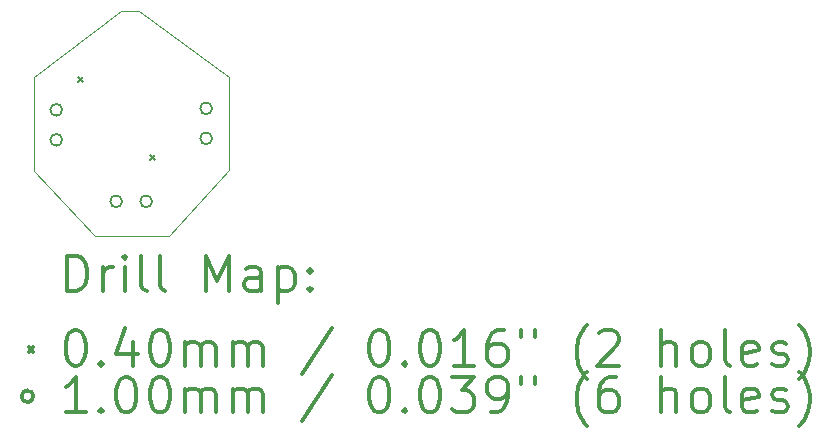
<source format=gbr>
%FSLAX45Y45*%
G04 Gerber Fmt 4.5, Leading zero omitted, Abs format (unit mm)*
G04 Created by KiCad (PCBNEW (5.1.6)-1) date 2022-09-13 14:07:32*
%MOMM*%
%LPD*%
G01*
G04 APERTURE LIST*
%TA.AperFunction,Profile*%
%ADD10C,0.050000*%
%TD*%
%ADD11C,0.200000*%
%ADD12C,0.300000*%
G04 APERTURE END LIST*
D10*
X15252700Y-9639300D02*
X14490700Y-9080500D01*
X15252700Y-10426700D02*
X15252700Y-9639300D01*
X14744700Y-10985500D02*
X15252700Y-10426700D01*
X14122400Y-10985500D02*
X14744700Y-10985500D01*
X13601700Y-10439400D02*
X14122400Y-10985500D01*
X13601700Y-9639300D02*
X13601700Y-10439400D01*
X14338300Y-9080500D02*
X13601700Y-9639300D01*
X14338300Y-9080500D02*
X14490700Y-9080500D01*
D11*
X13975400Y-9644700D02*
X14015400Y-9684700D01*
X14015400Y-9644700D02*
X13975400Y-9684700D01*
X14585000Y-10305100D02*
X14625000Y-10345100D01*
X14625000Y-10305100D02*
X14585000Y-10345100D01*
X14350200Y-10693400D02*
G75*
G03*
X14350200Y-10693400I-50000J0D01*
G01*
X14604200Y-10693400D02*
G75*
G03*
X14604200Y-10693400I-50000J0D01*
G01*
X13842200Y-9918700D02*
G75*
G03*
X13842200Y-9918700I-50000J0D01*
G01*
X13842200Y-10172700D02*
G75*
G03*
X13842200Y-10172700I-50000J0D01*
G01*
X15112200Y-9906000D02*
G75*
G03*
X15112200Y-9906000I-50000J0D01*
G01*
X15112200Y-10160000D02*
G75*
G03*
X15112200Y-10160000I-50000J0D01*
G01*
D12*
X13885628Y-11453714D02*
X13885628Y-11153714D01*
X13957057Y-11153714D01*
X13999914Y-11168000D01*
X14028486Y-11196571D01*
X14042771Y-11225143D01*
X14057057Y-11282286D01*
X14057057Y-11325143D01*
X14042771Y-11382286D01*
X14028486Y-11410857D01*
X13999914Y-11439429D01*
X13957057Y-11453714D01*
X13885628Y-11453714D01*
X14185628Y-11453714D02*
X14185628Y-11253714D01*
X14185628Y-11310857D02*
X14199914Y-11282286D01*
X14214200Y-11268000D01*
X14242771Y-11253714D01*
X14271343Y-11253714D01*
X14371343Y-11453714D02*
X14371343Y-11253714D01*
X14371343Y-11153714D02*
X14357057Y-11168000D01*
X14371343Y-11182286D01*
X14385628Y-11168000D01*
X14371343Y-11153714D01*
X14371343Y-11182286D01*
X14557057Y-11453714D02*
X14528486Y-11439429D01*
X14514200Y-11410857D01*
X14514200Y-11153714D01*
X14714200Y-11453714D02*
X14685628Y-11439429D01*
X14671343Y-11410857D01*
X14671343Y-11153714D01*
X15057057Y-11453714D02*
X15057057Y-11153714D01*
X15157057Y-11368000D01*
X15257057Y-11153714D01*
X15257057Y-11453714D01*
X15528486Y-11453714D02*
X15528486Y-11296571D01*
X15514200Y-11268000D01*
X15485628Y-11253714D01*
X15428486Y-11253714D01*
X15399914Y-11268000D01*
X15528486Y-11439429D02*
X15499914Y-11453714D01*
X15428486Y-11453714D01*
X15399914Y-11439429D01*
X15385628Y-11410857D01*
X15385628Y-11382286D01*
X15399914Y-11353714D01*
X15428486Y-11339429D01*
X15499914Y-11339429D01*
X15528486Y-11325143D01*
X15671343Y-11253714D02*
X15671343Y-11553714D01*
X15671343Y-11268000D02*
X15699914Y-11253714D01*
X15757057Y-11253714D01*
X15785628Y-11268000D01*
X15799914Y-11282286D01*
X15814200Y-11310857D01*
X15814200Y-11396571D01*
X15799914Y-11425143D01*
X15785628Y-11439429D01*
X15757057Y-11453714D01*
X15699914Y-11453714D01*
X15671343Y-11439429D01*
X15942771Y-11425143D02*
X15957057Y-11439429D01*
X15942771Y-11453714D01*
X15928486Y-11439429D01*
X15942771Y-11425143D01*
X15942771Y-11453714D01*
X15942771Y-11268000D02*
X15957057Y-11282286D01*
X15942771Y-11296571D01*
X15928486Y-11282286D01*
X15942771Y-11268000D01*
X15942771Y-11296571D01*
X13559200Y-11928000D02*
X13599200Y-11968000D01*
X13599200Y-11928000D02*
X13559200Y-11968000D01*
X13942771Y-11783714D02*
X13971343Y-11783714D01*
X13999914Y-11798000D01*
X14014200Y-11812286D01*
X14028486Y-11840857D01*
X14042771Y-11898000D01*
X14042771Y-11969429D01*
X14028486Y-12026571D01*
X14014200Y-12055143D01*
X13999914Y-12069429D01*
X13971343Y-12083714D01*
X13942771Y-12083714D01*
X13914200Y-12069429D01*
X13899914Y-12055143D01*
X13885628Y-12026571D01*
X13871343Y-11969429D01*
X13871343Y-11898000D01*
X13885628Y-11840857D01*
X13899914Y-11812286D01*
X13914200Y-11798000D01*
X13942771Y-11783714D01*
X14171343Y-12055143D02*
X14185628Y-12069429D01*
X14171343Y-12083714D01*
X14157057Y-12069429D01*
X14171343Y-12055143D01*
X14171343Y-12083714D01*
X14442771Y-11883714D02*
X14442771Y-12083714D01*
X14371343Y-11769429D02*
X14299914Y-11983714D01*
X14485628Y-11983714D01*
X14657057Y-11783714D02*
X14685628Y-11783714D01*
X14714200Y-11798000D01*
X14728486Y-11812286D01*
X14742771Y-11840857D01*
X14757057Y-11898000D01*
X14757057Y-11969429D01*
X14742771Y-12026571D01*
X14728486Y-12055143D01*
X14714200Y-12069429D01*
X14685628Y-12083714D01*
X14657057Y-12083714D01*
X14628486Y-12069429D01*
X14614200Y-12055143D01*
X14599914Y-12026571D01*
X14585628Y-11969429D01*
X14585628Y-11898000D01*
X14599914Y-11840857D01*
X14614200Y-11812286D01*
X14628486Y-11798000D01*
X14657057Y-11783714D01*
X14885628Y-12083714D02*
X14885628Y-11883714D01*
X14885628Y-11912286D02*
X14899914Y-11898000D01*
X14928486Y-11883714D01*
X14971343Y-11883714D01*
X14999914Y-11898000D01*
X15014200Y-11926571D01*
X15014200Y-12083714D01*
X15014200Y-11926571D02*
X15028486Y-11898000D01*
X15057057Y-11883714D01*
X15099914Y-11883714D01*
X15128486Y-11898000D01*
X15142771Y-11926571D01*
X15142771Y-12083714D01*
X15285628Y-12083714D02*
X15285628Y-11883714D01*
X15285628Y-11912286D02*
X15299914Y-11898000D01*
X15328486Y-11883714D01*
X15371343Y-11883714D01*
X15399914Y-11898000D01*
X15414200Y-11926571D01*
X15414200Y-12083714D01*
X15414200Y-11926571D02*
X15428486Y-11898000D01*
X15457057Y-11883714D01*
X15499914Y-11883714D01*
X15528486Y-11898000D01*
X15542771Y-11926571D01*
X15542771Y-12083714D01*
X16128486Y-11769429D02*
X15871343Y-12155143D01*
X16514200Y-11783714D02*
X16542771Y-11783714D01*
X16571343Y-11798000D01*
X16585628Y-11812286D01*
X16599914Y-11840857D01*
X16614200Y-11898000D01*
X16614200Y-11969429D01*
X16599914Y-12026571D01*
X16585628Y-12055143D01*
X16571343Y-12069429D01*
X16542771Y-12083714D01*
X16514200Y-12083714D01*
X16485628Y-12069429D01*
X16471343Y-12055143D01*
X16457057Y-12026571D01*
X16442771Y-11969429D01*
X16442771Y-11898000D01*
X16457057Y-11840857D01*
X16471343Y-11812286D01*
X16485628Y-11798000D01*
X16514200Y-11783714D01*
X16742771Y-12055143D02*
X16757057Y-12069429D01*
X16742771Y-12083714D01*
X16728486Y-12069429D01*
X16742771Y-12055143D01*
X16742771Y-12083714D01*
X16942771Y-11783714D02*
X16971343Y-11783714D01*
X16999914Y-11798000D01*
X17014200Y-11812286D01*
X17028486Y-11840857D01*
X17042771Y-11898000D01*
X17042771Y-11969429D01*
X17028486Y-12026571D01*
X17014200Y-12055143D01*
X16999914Y-12069429D01*
X16971343Y-12083714D01*
X16942771Y-12083714D01*
X16914200Y-12069429D01*
X16899914Y-12055143D01*
X16885628Y-12026571D01*
X16871343Y-11969429D01*
X16871343Y-11898000D01*
X16885628Y-11840857D01*
X16899914Y-11812286D01*
X16914200Y-11798000D01*
X16942771Y-11783714D01*
X17328486Y-12083714D02*
X17157057Y-12083714D01*
X17242771Y-12083714D02*
X17242771Y-11783714D01*
X17214200Y-11826571D01*
X17185628Y-11855143D01*
X17157057Y-11869429D01*
X17585628Y-11783714D02*
X17528486Y-11783714D01*
X17499914Y-11798000D01*
X17485628Y-11812286D01*
X17457057Y-11855143D01*
X17442771Y-11912286D01*
X17442771Y-12026571D01*
X17457057Y-12055143D01*
X17471343Y-12069429D01*
X17499914Y-12083714D01*
X17557057Y-12083714D01*
X17585628Y-12069429D01*
X17599914Y-12055143D01*
X17614200Y-12026571D01*
X17614200Y-11955143D01*
X17599914Y-11926571D01*
X17585628Y-11912286D01*
X17557057Y-11898000D01*
X17499914Y-11898000D01*
X17471343Y-11912286D01*
X17457057Y-11926571D01*
X17442771Y-11955143D01*
X17728486Y-11783714D02*
X17728486Y-11840857D01*
X17842771Y-11783714D02*
X17842771Y-11840857D01*
X18285628Y-12198000D02*
X18271343Y-12183714D01*
X18242771Y-12140857D01*
X18228486Y-12112286D01*
X18214200Y-12069429D01*
X18199914Y-11998000D01*
X18199914Y-11940857D01*
X18214200Y-11869429D01*
X18228486Y-11826571D01*
X18242771Y-11798000D01*
X18271343Y-11755143D01*
X18285628Y-11740857D01*
X18385628Y-11812286D02*
X18399914Y-11798000D01*
X18428486Y-11783714D01*
X18499914Y-11783714D01*
X18528486Y-11798000D01*
X18542771Y-11812286D01*
X18557057Y-11840857D01*
X18557057Y-11869429D01*
X18542771Y-11912286D01*
X18371343Y-12083714D01*
X18557057Y-12083714D01*
X18914200Y-12083714D02*
X18914200Y-11783714D01*
X19042771Y-12083714D02*
X19042771Y-11926571D01*
X19028486Y-11898000D01*
X18999914Y-11883714D01*
X18957057Y-11883714D01*
X18928486Y-11898000D01*
X18914200Y-11912286D01*
X19228486Y-12083714D02*
X19199914Y-12069429D01*
X19185628Y-12055143D01*
X19171343Y-12026571D01*
X19171343Y-11940857D01*
X19185628Y-11912286D01*
X19199914Y-11898000D01*
X19228486Y-11883714D01*
X19271343Y-11883714D01*
X19299914Y-11898000D01*
X19314200Y-11912286D01*
X19328486Y-11940857D01*
X19328486Y-12026571D01*
X19314200Y-12055143D01*
X19299914Y-12069429D01*
X19271343Y-12083714D01*
X19228486Y-12083714D01*
X19499914Y-12083714D02*
X19471343Y-12069429D01*
X19457057Y-12040857D01*
X19457057Y-11783714D01*
X19728486Y-12069429D02*
X19699914Y-12083714D01*
X19642771Y-12083714D01*
X19614200Y-12069429D01*
X19599914Y-12040857D01*
X19599914Y-11926571D01*
X19614200Y-11898000D01*
X19642771Y-11883714D01*
X19699914Y-11883714D01*
X19728486Y-11898000D01*
X19742771Y-11926571D01*
X19742771Y-11955143D01*
X19599914Y-11983714D01*
X19857057Y-12069429D02*
X19885628Y-12083714D01*
X19942771Y-12083714D01*
X19971343Y-12069429D01*
X19985628Y-12040857D01*
X19985628Y-12026571D01*
X19971343Y-11998000D01*
X19942771Y-11983714D01*
X19899914Y-11983714D01*
X19871343Y-11969429D01*
X19857057Y-11940857D01*
X19857057Y-11926571D01*
X19871343Y-11898000D01*
X19899914Y-11883714D01*
X19942771Y-11883714D01*
X19971343Y-11898000D01*
X20085628Y-12198000D02*
X20099914Y-12183714D01*
X20128486Y-12140857D01*
X20142771Y-12112286D01*
X20157057Y-12069429D01*
X20171343Y-11998000D01*
X20171343Y-11940857D01*
X20157057Y-11869429D01*
X20142771Y-11826571D01*
X20128486Y-11798000D01*
X20099914Y-11755143D01*
X20085628Y-11740857D01*
X13599200Y-12344000D02*
G75*
G03*
X13599200Y-12344000I-50000J0D01*
G01*
X14042771Y-12479714D02*
X13871343Y-12479714D01*
X13957057Y-12479714D02*
X13957057Y-12179714D01*
X13928486Y-12222571D01*
X13899914Y-12251143D01*
X13871343Y-12265429D01*
X14171343Y-12451143D02*
X14185628Y-12465429D01*
X14171343Y-12479714D01*
X14157057Y-12465429D01*
X14171343Y-12451143D01*
X14171343Y-12479714D01*
X14371343Y-12179714D02*
X14399914Y-12179714D01*
X14428486Y-12194000D01*
X14442771Y-12208286D01*
X14457057Y-12236857D01*
X14471343Y-12294000D01*
X14471343Y-12365429D01*
X14457057Y-12422571D01*
X14442771Y-12451143D01*
X14428486Y-12465429D01*
X14399914Y-12479714D01*
X14371343Y-12479714D01*
X14342771Y-12465429D01*
X14328486Y-12451143D01*
X14314200Y-12422571D01*
X14299914Y-12365429D01*
X14299914Y-12294000D01*
X14314200Y-12236857D01*
X14328486Y-12208286D01*
X14342771Y-12194000D01*
X14371343Y-12179714D01*
X14657057Y-12179714D02*
X14685628Y-12179714D01*
X14714200Y-12194000D01*
X14728486Y-12208286D01*
X14742771Y-12236857D01*
X14757057Y-12294000D01*
X14757057Y-12365429D01*
X14742771Y-12422571D01*
X14728486Y-12451143D01*
X14714200Y-12465429D01*
X14685628Y-12479714D01*
X14657057Y-12479714D01*
X14628486Y-12465429D01*
X14614200Y-12451143D01*
X14599914Y-12422571D01*
X14585628Y-12365429D01*
X14585628Y-12294000D01*
X14599914Y-12236857D01*
X14614200Y-12208286D01*
X14628486Y-12194000D01*
X14657057Y-12179714D01*
X14885628Y-12479714D02*
X14885628Y-12279714D01*
X14885628Y-12308286D02*
X14899914Y-12294000D01*
X14928486Y-12279714D01*
X14971343Y-12279714D01*
X14999914Y-12294000D01*
X15014200Y-12322571D01*
X15014200Y-12479714D01*
X15014200Y-12322571D02*
X15028486Y-12294000D01*
X15057057Y-12279714D01*
X15099914Y-12279714D01*
X15128486Y-12294000D01*
X15142771Y-12322571D01*
X15142771Y-12479714D01*
X15285628Y-12479714D02*
X15285628Y-12279714D01*
X15285628Y-12308286D02*
X15299914Y-12294000D01*
X15328486Y-12279714D01*
X15371343Y-12279714D01*
X15399914Y-12294000D01*
X15414200Y-12322571D01*
X15414200Y-12479714D01*
X15414200Y-12322571D02*
X15428486Y-12294000D01*
X15457057Y-12279714D01*
X15499914Y-12279714D01*
X15528486Y-12294000D01*
X15542771Y-12322571D01*
X15542771Y-12479714D01*
X16128486Y-12165429D02*
X15871343Y-12551143D01*
X16514200Y-12179714D02*
X16542771Y-12179714D01*
X16571343Y-12194000D01*
X16585628Y-12208286D01*
X16599914Y-12236857D01*
X16614200Y-12294000D01*
X16614200Y-12365429D01*
X16599914Y-12422571D01*
X16585628Y-12451143D01*
X16571343Y-12465429D01*
X16542771Y-12479714D01*
X16514200Y-12479714D01*
X16485628Y-12465429D01*
X16471343Y-12451143D01*
X16457057Y-12422571D01*
X16442771Y-12365429D01*
X16442771Y-12294000D01*
X16457057Y-12236857D01*
X16471343Y-12208286D01*
X16485628Y-12194000D01*
X16514200Y-12179714D01*
X16742771Y-12451143D02*
X16757057Y-12465429D01*
X16742771Y-12479714D01*
X16728486Y-12465429D01*
X16742771Y-12451143D01*
X16742771Y-12479714D01*
X16942771Y-12179714D02*
X16971343Y-12179714D01*
X16999914Y-12194000D01*
X17014200Y-12208286D01*
X17028486Y-12236857D01*
X17042771Y-12294000D01*
X17042771Y-12365429D01*
X17028486Y-12422571D01*
X17014200Y-12451143D01*
X16999914Y-12465429D01*
X16971343Y-12479714D01*
X16942771Y-12479714D01*
X16914200Y-12465429D01*
X16899914Y-12451143D01*
X16885628Y-12422571D01*
X16871343Y-12365429D01*
X16871343Y-12294000D01*
X16885628Y-12236857D01*
X16899914Y-12208286D01*
X16914200Y-12194000D01*
X16942771Y-12179714D01*
X17142771Y-12179714D02*
X17328486Y-12179714D01*
X17228486Y-12294000D01*
X17271343Y-12294000D01*
X17299914Y-12308286D01*
X17314200Y-12322571D01*
X17328486Y-12351143D01*
X17328486Y-12422571D01*
X17314200Y-12451143D01*
X17299914Y-12465429D01*
X17271343Y-12479714D01*
X17185628Y-12479714D01*
X17157057Y-12465429D01*
X17142771Y-12451143D01*
X17471343Y-12479714D02*
X17528486Y-12479714D01*
X17557057Y-12465429D01*
X17571343Y-12451143D01*
X17599914Y-12408286D01*
X17614200Y-12351143D01*
X17614200Y-12236857D01*
X17599914Y-12208286D01*
X17585628Y-12194000D01*
X17557057Y-12179714D01*
X17499914Y-12179714D01*
X17471343Y-12194000D01*
X17457057Y-12208286D01*
X17442771Y-12236857D01*
X17442771Y-12308286D01*
X17457057Y-12336857D01*
X17471343Y-12351143D01*
X17499914Y-12365429D01*
X17557057Y-12365429D01*
X17585628Y-12351143D01*
X17599914Y-12336857D01*
X17614200Y-12308286D01*
X17728486Y-12179714D02*
X17728486Y-12236857D01*
X17842771Y-12179714D02*
X17842771Y-12236857D01*
X18285628Y-12594000D02*
X18271343Y-12579714D01*
X18242771Y-12536857D01*
X18228486Y-12508286D01*
X18214200Y-12465429D01*
X18199914Y-12394000D01*
X18199914Y-12336857D01*
X18214200Y-12265429D01*
X18228486Y-12222571D01*
X18242771Y-12194000D01*
X18271343Y-12151143D01*
X18285628Y-12136857D01*
X18528486Y-12179714D02*
X18471343Y-12179714D01*
X18442771Y-12194000D01*
X18428486Y-12208286D01*
X18399914Y-12251143D01*
X18385628Y-12308286D01*
X18385628Y-12422571D01*
X18399914Y-12451143D01*
X18414200Y-12465429D01*
X18442771Y-12479714D01*
X18499914Y-12479714D01*
X18528486Y-12465429D01*
X18542771Y-12451143D01*
X18557057Y-12422571D01*
X18557057Y-12351143D01*
X18542771Y-12322571D01*
X18528486Y-12308286D01*
X18499914Y-12294000D01*
X18442771Y-12294000D01*
X18414200Y-12308286D01*
X18399914Y-12322571D01*
X18385628Y-12351143D01*
X18914200Y-12479714D02*
X18914200Y-12179714D01*
X19042771Y-12479714D02*
X19042771Y-12322571D01*
X19028486Y-12294000D01*
X18999914Y-12279714D01*
X18957057Y-12279714D01*
X18928486Y-12294000D01*
X18914200Y-12308286D01*
X19228486Y-12479714D02*
X19199914Y-12465429D01*
X19185628Y-12451143D01*
X19171343Y-12422571D01*
X19171343Y-12336857D01*
X19185628Y-12308286D01*
X19199914Y-12294000D01*
X19228486Y-12279714D01*
X19271343Y-12279714D01*
X19299914Y-12294000D01*
X19314200Y-12308286D01*
X19328486Y-12336857D01*
X19328486Y-12422571D01*
X19314200Y-12451143D01*
X19299914Y-12465429D01*
X19271343Y-12479714D01*
X19228486Y-12479714D01*
X19499914Y-12479714D02*
X19471343Y-12465429D01*
X19457057Y-12436857D01*
X19457057Y-12179714D01*
X19728486Y-12465429D02*
X19699914Y-12479714D01*
X19642771Y-12479714D01*
X19614200Y-12465429D01*
X19599914Y-12436857D01*
X19599914Y-12322571D01*
X19614200Y-12294000D01*
X19642771Y-12279714D01*
X19699914Y-12279714D01*
X19728486Y-12294000D01*
X19742771Y-12322571D01*
X19742771Y-12351143D01*
X19599914Y-12379714D01*
X19857057Y-12465429D02*
X19885628Y-12479714D01*
X19942771Y-12479714D01*
X19971343Y-12465429D01*
X19985628Y-12436857D01*
X19985628Y-12422571D01*
X19971343Y-12394000D01*
X19942771Y-12379714D01*
X19899914Y-12379714D01*
X19871343Y-12365429D01*
X19857057Y-12336857D01*
X19857057Y-12322571D01*
X19871343Y-12294000D01*
X19899914Y-12279714D01*
X19942771Y-12279714D01*
X19971343Y-12294000D01*
X20085628Y-12594000D02*
X20099914Y-12579714D01*
X20128486Y-12536857D01*
X20142771Y-12508286D01*
X20157057Y-12465429D01*
X20171343Y-12394000D01*
X20171343Y-12336857D01*
X20157057Y-12265429D01*
X20142771Y-12222571D01*
X20128486Y-12194000D01*
X20099914Y-12151143D01*
X20085628Y-12136857D01*
M02*

</source>
